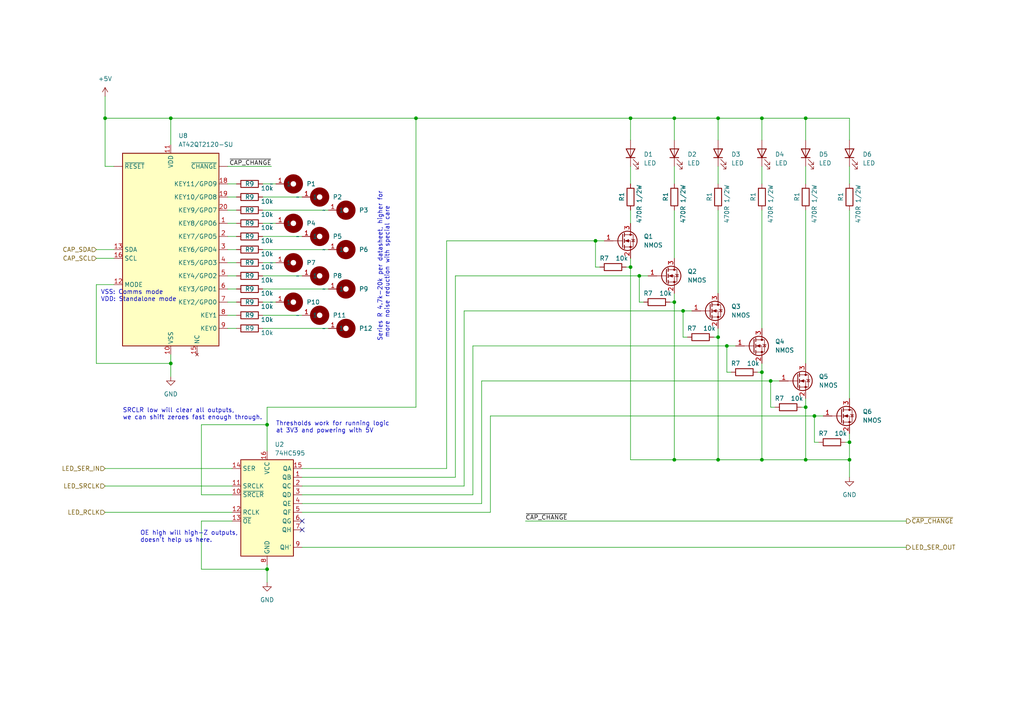
<source format=kicad_sch>
(kicad_sch (version 20230121) (generator eeschema)
  (paper "A4")
  (lib_symbols
    (symbol "74xx:74HC595"
      (property "Reference" "U" (at -7.62 13.97 0))
      (property "Value" "74HC595" (at -7.62 -16.51 0))
      (symbol "74HC595_1_0"
        (pin tri_state line (at 10.16 7.62 180) (length 2.54) (name "QB") (number "1"))
        (pin input line (at -10.16 2.54 0) (length 2.54) (name "~{SRCLR}") (number "10"))
        (pin input line (at -10.16 5.08 0) (length 2.54) (name "SRCLK") (number "11"))
        (pin input line (at -10.16 -2.54 0) (length 2.54) (name "RCLK") (number "12"))
        (pin input line (at -10.16 -5.08 0) (length 2.54) (name "~{OE}") (number "13"))
        (pin input line (at -10.16 10.16 0) (length 2.54) (name "SER") (number "14"))
        (pin tri_state line (at 10.16 10.16 180) (length 2.54) (name "QA") (number "15"))
        (pin power_in line (at 0 15.24 270) (length 2.54) (name "VCC") (number "16"))
        (pin tri_state line (at 10.16 5.08 180) (length 2.54) (name "QC") (number "2"))
        (pin tri_state line (at 10.16 2.54 180) (length 2.54) (name "QD") (number "3"))
        (pin tri_state line (at 10.16 0 180) (length 2.54) (name "QE") (number "4"))
        (pin tri_state line (at 10.16 -2.54 180) (length 2.54) (name "QF") (number "5"))
        (pin tri_state line (at 10.16 -5.08 180) (length 2.54) (name "QG") (number "6"))
        (pin tri_state line (at 10.16 -7.62 180) (length 2.54) (name "QH") (number "7"))
        (pin power_in line (at 0 -17.78 90) (length 2.54) (name "GND") (number "8"))
        (pin output line (at 10.16 -12.7 180) (length 2.54) (name "QH'") (number "9"))
      )
      (symbol "74HC595_1_1"
        (rectangle (start -7.62 12.7) (end 7.62 -15.24) (stroke (width 0.254)) (fill (type background)))
      )
    )
    (symbol "Device:LED" (pin_numbers hide) (pin_names (offset 1.016) hide)
      (property "Reference" "D" (at 0 2.54 0))
      (property "Value" "LED" (at 0 -2.54 0))
      (symbol "LED_0_1"
        (polyline (pts (xy -1.27 -1.27) (xy -1.27 1.27)) (stroke (width 0.254)))
        (polyline (pts (xy -1.27 0) (xy 1.27 0)))
        (polyline (pts (xy 1.27 -1.27) (xy 1.27 1.27) (xy -1.27 0) (xy 1.27 -1.27)) (stroke (width 0.254)))
        (polyline (pts (xy -3.048 -0.762) (xy -4.572 -2.286) (xy -3.81 -2.286) (xy -4.572 -2.286) (xy -4.572 -1.524)))
        (polyline (pts (xy -1.778 -0.762) (xy -3.302 -2.286) (xy -2.54 -2.286) (xy -3.302 -2.286) (xy -3.302 -1.524)))
      )
      (symbol "LED_1_1"
        (pin passive line (at -3.81 0 0) (length 2.54) (name "K") (number "1"))
        (pin passive line (at 3.81 0 180) (length 2.54) (name "A") (number "2"))
      )
    )
    (symbol "Device:Q_NMOS_GSD" (pin_names (offset 0) hide)
      (property "Reference" "Q" (at 5.08 1.27 0))
      (property "Value" "Q_NMOS_GSD" (at 5.08 -1.27 0))
      (symbol "Q_NMOS_GSD_0_1"
        (polyline (pts (xy 0.254 0) (xy -2.54 0)))
        (polyline (pts (xy 0.254 1.905) (xy 0.254 -1.905)) (stroke (width 0.254)))
        (polyline (pts (xy 0.762 -1.27) (xy 0.762 -2.286)) (stroke (width 0.254)))
        (polyline (pts (xy 0.762 0.508) (xy 0.762 -0.508)) (stroke (width 0.254)))
        (polyline (pts (xy 0.762 2.286) (xy 0.762 1.27)) (stroke (width 0.254)))
        (polyline (pts (xy 2.54 2.54) (xy 2.54 1.778)))
        (polyline (pts (xy 2.54 -2.54) (xy 2.54 0) (xy 0.762 0)))
        (polyline (pts (xy 0.762 -1.778) (xy 3.302 -1.778) (xy 3.302 1.778) (xy 0.762 1.778)))
        (polyline (pts (xy 1.016 0) (xy 2.032 0.381) (xy 2.032 -0.381) (xy 1.016 0)) (fill (type outline)))
        (polyline (pts (xy 2.794 0.508) (xy 2.921 0.381) (xy 3.683 0.381) (xy 3.81 0.254)))
        (polyline (pts (xy 3.302 0.381) (xy 2.921 -0.254) (xy 3.683 -0.254) (xy 3.302 0.381)))
        (circle (center 1.651 0) (radius 2.794) (stroke (width 0.254)))
        (circle (center 2.54 -1.778) (radius 0.254) (fill (type outline)))
        (circle (center 2.54 1.778) (radius 0.254) (fill (type outline)))
      )
      (symbol "Q_NMOS_GSD_1_1"
        (pin input line (at -5.08 0 0) (length 2.54) (name "G") (number "1"))
        (pin passive line (at 2.54 -5.08 90) (length 2.54) (name "S") (number "2"))
        (pin passive line (at 2.54 5.08 270) (length 2.54) (name "D") (number "3"))
      )
    )
    (symbol "Device:R" (pin_numbers hide) (pin_names (offset 0))
      (property "Reference" "R" (at 2.032 0 90))
      (property "Value" "R" (at 0 0 90))
      (symbol "R_0_1"
        (rectangle (start -1.016 -2.54) (end 1.016 2.54) (stroke (width 0.254)))
      )
      (symbol "R_1_1"
        (pin passive line (at 0 3.81 270) (length 1.27) (name "~") (number "1"))
        (pin passive line (at 0 -3.81 90) (length 1.27) (name "~") (number "2"))
      )
    )
    (symbol "Sensor_Touch:AT42QT2120-SU"
      (property "Reference" "U" (at 10.16 38.1 0))
      (property "Value" "AT42QT2120-SU" (at 15.24 -16.51 0))
      (symbol "AT42QT2120-SU_1_1"
        (rectangle (start 13.97 40.64) (end 41.91 -15.24) (stroke (width 0.254)) (fill (type background)))
        (pin output line (at 44.45 36.83 180) (length 2.54) (name "~{CHANGE}") (number ""))
        (pin input line (at 11.43 36.83 0) (length 2.54) (name "~{RESET}") (number ""))
        (pin bidirectional line (at 44.45 20.32 180) (length 2.54) (name "KEY8/GPO6") (number "1"))
        (pin power_in line (at 27.94 -17.78 90) (length 2.54) (name "VSS") (number "10"))
        (pin power_in line (at 27.94 43.18 270) (length 2.54) (name "VDD") (number "11"))
        (pin input line (at 11.43 2.54 0) (length 2.54) (name "MODE") (number "12"))
        (pin bidirectional line (at 11.43 12.7 0) (length 2.54) (name "SDA") (number "13"))
        (pin no_connect line (at 35.56 -17.78 90) (length 2.54) (name "NC") (number "15"))
        (pin bidirectional line (at 11.43 10.16 0) (length 2.54) (name "SCL") (number "16"))
        (pin bidirectional line (at 44.45 31.75 180) (length 2.54) (name "KEY11/GPO9") (number "18"))
        (pin bidirectional line (at 44.45 27.94 180) (length 2.54) (name "KEY10/GPO8") (number "19"))
        (pin bidirectional line (at 44.45 16.51 180) (length 2.54) (name "KEY7/GPO5") (number "2"))
        (pin bidirectional line (at 44.45 24.13 180) (length 2.54) (name "KEY9/GPO7") (number "20"))
        (pin bidirectional line (at 44.45 12.7 180) (length 2.54) (name "KEY6/GPO4") (number "3"))
        (pin bidirectional line (at 44.45 8.89 180) (length 2.54) (name "KEY5/GPO3") (number "4"))
        (pin bidirectional line (at 44.45 5.08 180) (length 2.54) (name "KEY4/GPO2") (number "5"))
        (pin bidirectional line (at 44.45 1.27 180) (length 2.54) (name "KEY3/GPO1") (number "6"))
        (pin bidirectional line (at 44.45 -2.54 180) (length 2.54) (name "KEY2/GPO0") (number "7"))
        (pin bidirectional line (at 44.45 -6.35 180) (length 2.54) (name "KEY1") (number "8"))
        (pin bidirectional line (at 44.45 -10.16 180) (length 2.54) (name "KEY0") (number "9"))
      )
    )
    (symbol "Sensor_Touch:Single_LED_Touch_Key"
      (property "Reference" "P" (at 2.54 3.81 0))
      (symbol "Single_LED_Touch_Key_1_1"
        (circle (center 0 0) (radius 1.7961) (stroke (width 2)))
        (pin bidirectional line (at -5.08 0 0) (length 2.54) (name "1") (number "1"))
      )
    )
    (symbol "power:+5V" (power) (pin_names (offset 0))
      (property "Value" "+5V" (at 0 3.556 0))
      (symbol "+5V_0_1"
        (polyline (pts (xy -0.762 1.27) (xy 0 2.54)))
        (polyline (pts (xy 0 0) (xy 0 2.54)))
        (polyline (pts (xy 0 2.54) (xy 0.762 1.27)))
      )
      (symbol "+5V_1_1"
        (pin power_in line (at 0 0 90) (length 0) hide (name "+5V") (number "1"))
      )
    )
    (symbol "power:GND" (power) (pin_names (offset 0))
      (property "Value" "GND" (at 0 -3.81 0))
      (symbol "GND_0_1"
        (polyline (pts (xy 0 0) (xy 0 -1.27) (xy 1.27 -1.27) (xy 0 -2.54) (xy -1.27 -1.27) (xy 0 -1.27)))
      )
      (symbol "GND_1_1"
        (pin power_in line (at 0 0 270) (length 0) hide (name "GND") (number "1"))
      )
    )
  )
  (junction (at 246.38 128.27))
  (junction (at 246.38 133.35))
  (junction (at 208.28 133.35))
  (junction (at 223.52 110.49))
  (junction (at 120.65 34.29))
  (junction (at 220.98 133.35))
  (junction (at 49.53 105.41))
  (junction (at 220.98 34.29))
  (junction (at 233.68 133.35))
  (junction (at 185.42 80.01))
  (junction (at 233.68 118.11))
  (junction (at 195.58 87.63))
  (junction (at 195.58 34.29))
  (junction (at 198.12 90.17))
  (junction (at 195.58 133.35))
  (junction (at 172.72 69.85))
  (junction (at 210.82 100.33))
  (junction (at 208.28 34.29))
  (junction (at 208.28 97.79))
  (junction (at 182.88 34.29))
  (junction (at 49.53 34.29))
  (junction (at 233.68 34.29))
  (junction (at 77.47 123.19))
  (junction (at 77.47 165.1))
  (junction (at 30.48 34.29))
  (junction (at 182.88 77.47))
  (junction (at 220.98 107.95))
  (junction (at 236.22 120.65))
  (no_connect (at 87.63 151.13))
  (no_connect (at 87.63 153.67))
  (wire (pts (xy 185.42 87.63) (xy 185.42 80.01)))
  (wire (pts (xy 199.39 97.79) (xy 198.12 97.79)))
  (wire (pts (xy 137.16 100.33) (xy 137.16 143.51)))
  (wire (pts (xy 66.04 72.39) (xy 68.58 72.39)))
  (wire (pts (xy 120.65 34.29) (xy 120.65 118.11)))
  (wire (pts (xy 208.28 34.29) (xy 220.98 34.29)))
  (wire (pts (xy 132.08 80.01) (xy 185.42 80.01)))
  (wire (pts (xy 182.88 133.35) (xy 195.58 133.35)))
  (wire (pts (xy 76.2 53.34) (xy 80.01 53.34)))
  (wire (pts (xy 67.31 143.51) (xy 58.42 143.51)))
  (wire (pts (xy 233.68 133.35) (xy 246.38 133.35)))
  (wire (pts (xy 233.68 34.29) (xy 233.68 40.64)))
  (wire (pts (xy 232.41 118.11) (xy 233.68 118.11)))
  (wire (pts (xy 120.65 34.29) (xy 182.88 34.29)))
  (wire (pts (xy 246.38 125.73) (xy 246.38 128.27)))
  (wire (pts (xy 66.04 95.25) (xy 68.58 95.25)))
  (wire (pts (xy 182.88 74.93) (xy 182.88 77.47)))
  (wire (pts (xy 76.2 83.82) (xy 95.25 83.82)))
  (wire (pts (xy 66.04 53.34) (xy 68.58 53.34)))
  (wire (pts (xy 220.98 48.26) (xy 220.98 53.34)))
  (wire (pts (xy 66.04 83.82) (xy 68.58 83.82)))
  (wire (pts (xy 152.4 151.13) (xy 262.89 151.13)))
  (wire (pts (xy 77.47 165.1) (xy 77.47 168.91)))
  (wire (pts (xy 233.68 34.29) (xy 246.38 34.29)))
  (wire (pts (xy 27.94 74.93) (xy 33.02 74.93)))
  (wire (pts (xy 194.31 87.63) (xy 195.58 87.63)))
  (wire (pts (xy 208.28 133.35) (xy 220.98 133.35)))
  (wire (pts (xy 210.82 100.33) (xy 213.36 100.33)))
  (wire (pts (xy 220.98 133.35) (xy 233.68 133.35)))
  (wire (pts (xy 219.71 107.95) (xy 220.98 107.95)))
  (wire (pts (xy 195.58 85.09) (xy 195.58 87.63)))
  (wire (pts (xy 27.94 72.39) (xy 33.02 72.39)))
  (wire (pts (xy 49.53 41.91) (xy 49.53 34.29)))
  (wire (pts (xy 198.12 97.79) (xy 198.12 90.17)))
  (wire (pts (xy 246.38 60.96) (xy 246.38 115.57)))
  (wire (pts (xy 66.04 68.58) (xy 68.58 68.58)))
  (wire (pts (xy 172.72 69.85) (xy 175.26 69.85)))
  (wire (pts (xy 76.2 68.58) (xy 87.63 68.58)))
  (wire (pts (xy 173.99 77.47) (xy 172.72 77.47)))
  (wire (pts (xy 246.38 128.27) (xy 246.38 133.35)))
  (wire (pts (xy 220.98 105.41) (xy 220.98 107.95)))
  (wire (pts (xy 76.2 80.01) (xy 87.63 80.01)))
  (wire (pts (xy 233.68 48.26) (xy 233.68 53.34)))
  (wire (pts (xy 67.31 151.13) (xy 58.42 151.13)))
  (wire (pts (xy 49.53 102.87) (xy 49.53 105.41)))
  (wire (pts (xy 30.48 148.59) (xy 67.31 148.59)))
  (wire (pts (xy 233.68 118.11) (xy 233.68 133.35)))
  (wire (pts (xy 132.08 80.01) (xy 132.08 138.43)))
  (wire (pts (xy 210.82 107.95) (xy 210.82 100.33)))
  (wire (pts (xy 181.61 77.47) (xy 182.88 77.47)))
  (wire (pts (xy 66.04 87.63) (xy 68.58 87.63)))
  (wire (pts (xy 220.98 34.29) (xy 220.98 40.64)))
  (wire (pts (xy 66.04 76.2) (xy 68.58 76.2)))
  (wire (pts (xy 76.2 95.25) (xy 95.25 95.25)))
  (wire (pts (xy 198.12 90.17) (xy 200.66 90.17)))
  (wire (pts (xy 208.28 97.79) (xy 208.28 133.35)))
  (wire (pts (xy 87.63 135.89) (xy 129.54 135.89)))
  (wire (pts (xy 58.42 143.51) (xy 58.42 123.19)))
  (wire (pts (xy 207.01 97.79) (xy 208.28 97.79)))
  (wire (pts (xy 245.11 128.27) (xy 246.38 128.27)))
  (wire (pts (xy 182.88 34.29) (xy 195.58 34.29)))
  (wire (pts (xy 30.48 34.29) (xy 49.53 34.29)))
  (wire (pts (xy 246.38 48.26) (xy 246.38 53.34)))
  (wire (pts (xy 233.68 115.57) (xy 233.68 118.11)))
  (wire (pts (xy 120.65 118.11) (xy 77.47 118.11)))
  (wire (pts (xy 134.62 140.97) (xy 134.62 90.17)))
  (wire (pts (xy 132.08 138.43) (xy 87.63 138.43)))
  (wire (pts (xy 142.24 120.65) (xy 142.24 148.59)))
  (wire (pts (xy 220.98 60.96) (xy 220.98 95.25)))
  (wire (pts (xy 139.7 146.05) (xy 139.7 110.49)))
  (wire (pts (xy 49.53 105.41) (xy 49.53 109.22)))
  (wire (pts (xy 208.28 95.25) (xy 208.28 97.79)))
  (wire (pts (xy 137.16 100.33) (xy 210.82 100.33)))
  (wire (pts (xy 76.2 60.96) (xy 95.25 60.96)))
  (wire (pts (xy 195.58 48.26) (xy 195.58 53.34)))
  (wire (pts (xy 77.47 123.19) (xy 77.47 130.81)))
  (wire (pts (xy 236.22 128.27) (xy 236.22 120.65)))
  (wire (pts (xy 137.16 143.51) (xy 87.63 143.51)))
  (wire (pts (xy 182.88 77.47) (xy 182.88 133.35)))
  (wire (pts (xy 76.2 87.63) (xy 80.01 87.63)))
  (wire (pts (xy 49.53 34.29) (xy 120.65 34.29)))
  (wire (pts (xy 87.63 146.05) (xy 139.7 146.05)))
  (wire (pts (xy 139.7 110.49) (xy 223.52 110.49)))
  (wire (pts (xy 58.42 165.1) (xy 77.47 165.1)))
  (wire (pts (xy 76.2 76.2) (xy 80.01 76.2)))
  (wire (pts (xy 66.04 57.15) (xy 68.58 57.15)))
  (wire (pts (xy 142.24 148.59) (xy 87.63 148.59)))
  (wire (pts (xy 237.49 128.27) (xy 236.22 128.27)))
  (wire (pts (xy 208.28 48.26) (xy 208.28 53.34)))
  (wire (pts (xy 58.42 123.19) (xy 77.47 123.19)))
  (wire (pts (xy 182.88 60.96) (xy 182.88 64.77)))
  (wire (pts (xy 33.02 82.55) (xy 27.94 82.55)))
  (wire (pts (xy 77.47 163.83) (xy 77.47 165.1)))
  (wire (pts (xy 195.58 60.96) (xy 195.58 74.93)))
  (wire (pts (xy 208.28 60.96) (xy 208.28 85.09)))
  (wire (pts (xy 30.48 48.26) (xy 30.48 34.29)))
  (wire (pts (xy 129.54 69.85) (xy 172.72 69.85)))
  (wire (pts (xy 76.2 91.44) (xy 87.63 91.44)))
  (wire (pts (xy 182.88 48.26) (xy 182.88 53.34)))
  (wire (pts (xy 195.58 87.63) (xy 195.58 133.35)))
  (wire (pts (xy 142.24 120.65) (xy 236.22 120.65)))
  (wire (pts (xy 66.04 48.26) (xy 78.74 48.26)))
  (wire (pts (xy 223.52 110.49) (xy 226.06 110.49)))
  (wire (pts (xy 66.04 60.96) (xy 68.58 60.96)))
  (wire (pts (xy 134.62 90.17) (xy 198.12 90.17)))
  (wire (pts (xy 30.48 135.89) (xy 67.31 135.89)))
  (wire (pts (xy 76.2 57.15) (xy 87.63 57.15)))
  (wire (pts (xy 58.42 151.13) (xy 58.42 165.1)))
  (wire (pts (xy 233.68 60.96) (xy 233.68 105.41)))
  (wire (pts (xy 66.04 80.01) (xy 68.58 80.01)))
  (wire (pts (xy 27.94 105.41) (xy 49.53 105.41)))
  (wire (pts (xy 220.98 34.29) (xy 233.68 34.29)))
  (wire (pts (xy 76.2 72.39) (xy 95.25 72.39)))
  (wire (pts (xy 212.09 107.95) (xy 210.82 107.95)))
  (wire (pts (xy 76.2 64.77) (xy 80.01 64.77)))
  (wire (pts (xy 66.04 91.44) (xy 68.58 91.44)))
  (wire (pts (xy 30.48 27.94) (xy 30.48 34.29)))
  (wire (pts (xy 223.52 118.11) (xy 223.52 110.49)))
  (wire (pts (xy 33.02 48.26) (xy 30.48 48.26)))
  (wire (pts (xy 195.58 34.29) (xy 208.28 34.29)))
  (wire (pts (xy 224.79 118.11) (xy 223.52 118.11)))
  (wire (pts (xy 195.58 34.29) (xy 195.58 40.64)))
  (wire (pts (xy 195.58 133.35) (xy 208.28 133.35)))
  (wire (pts (xy 77.47 118.11) (xy 77.47 123.19)))
  (wire (pts (xy 27.94 82.55) (xy 27.94 105.41)))
  (wire (pts (xy 236.22 120.65) (xy 238.76 120.65)))
  (wire (pts (xy 246.38 34.29) (xy 246.38 40.64)))
  (wire (pts (xy 66.04 64.77) (xy 68.58 64.77)))
  (wire (pts (xy 182.88 34.29) (xy 182.88 40.64)))
  (wire (pts (xy 185.42 80.01) (xy 187.96 80.01)))
  (wire (pts (xy 129.54 135.89) (xy 129.54 69.85)))
  (wire (pts (xy 87.63 140.97) (xy 134.62 140.97)))
  (wire (pts (xy 220.98 107.95) (xy 220.98 133.35)))
  (wire (pts (xy 172.72 77.47) (xy 172.72 69.85)))
  (wire (pts (xy 208.28 34.29) (xy 208.28 40.64)))
  (wire (pts (xy 30.48 140.97) (xy 67.31 140.97)))
  (wire (pts (xy 186.69 87.63) (xy 185.42 87.63)))
  (wire (pts (xy 87.63 158.75) (xy 262.89 158.75)))
  (wire (pts (xy 246.38 138.43) (xy 246.38 133.35)))
  (text "Series R 4.7k-20k per datasheet, higher for\n more noise reduction with special care" (at 113.03 99.06 90) (effects (font (size 1.27 1.27)) (justify left bottom)))
  (text "VSS: Comms mode\nVDD: Standalone mode" (at 29.21 87.63 0) (effects (font (size 1.27 1.27)) (justify left bottom)))
  (text "OE high will high-Z outputs,\ndoesn't help us here." (at 40.64 157.48 0) (effects (font (size 1.27 1.27)) (justify left bottom)))
  (text "Thresholds work for running logic\nat 3V3 and powering with 5V" (at 80.01 125.73 0) (effects (font (size 1.27 1.27)) (justify left bottom)))
  (text "SRCLR low will clear all outputs,\nwe can shift zeroes fast enough through." (at 35.56 121.92 0) (effects (font (size 1.27 1.27)) (justify left bottom)))
  (label "~{CAP_CHANGE}" (at 152.4 151.13 0))
  (label "~{CAP_CHANGE}" (at 78.74 48.26 180))
  (hierarchical_label "CAP_SDA" (shape input) (at 27.94 72.39 180))
  (hierarchical_label "LED_RCLK" (shape input) (at 30.48 148.59 180))
  (hierarchical_label "LED_SER_IN" (shape input) (at 30.48 135.89 180))
  (hierarchical_label "CAP_SCL" (shape input) (at 27.94 74.93 180))
  (hierarchical_label "LED_SER_OUT" (shape output) (at 262.89 158.75 0))
  (hierarchical_label "LED_SRCLK" (shape input) (at 30.48 140.97 180))
  (hierarchical_label "~{CAP_CHANGE}" (shape output) (at 262.89 151.13 0))
  (symbol (lib_id "Device:R") (at 72.39 83.82 90) (unit 1)
    (property "Reference" "R9" (at 72.39 83.82 90))
    (property "Value" "10k" (at 77.47 85.09 90))
    (property "Footprint" "Resistor_SMD:R_0603_1608Metric" (effects hide))
    (instances (project "button-board" (path "" (reference "R9") (unit 1)) (path "" (reference "R133") (unit 1)) (path "" (reference "R14") (unit 1)) (path "" (reference "R51") (unit 1)) (path "" (reference "R78") (unit 1)) (path "" (reference "R128") (unit 1)) (path "" (reference "R158") (unit 1))))
  )
  (symbol (lib_id "Sensor_Touch:Single_LED_Touch_Key") (at 92.71 80.01 0) (unit 1)
    (property "Reference" "P8" (at 96.52 80.01 0) (effects (justify left)))
    (property "Value" "~" (at 86.36 80.01 0))
    (property "Footprint" "Button_Switch_SMD:Cap_Touch_Ring_Cutout" (effects hide))
    (instances (project "button-board" (path "" (reference "P8") (unit 1)) (path "" (reference "P20") (unit 1)) (path "" (reference "P32") (unit 1)) (path "" (reference "P44") (unit 1)) (path "" (reference "P56") (unit 1)) (path "" (reference "P68") (unit 1))))
  )
  (symbol (lib_id "Device:R") (at 241.3 128.27 90) (unit 1)
    (property "Reference" "R7" (at 238.76 125.73 90))
    (property "Value" "10k" (at 243.84 125.73 90))
    (property "Footprint" "Resistor_SMD:R_0603_1608Metric" (effects hide))
    (instances (project "button-board" (path "" (reference "R7") (unit 1)) (path "" (reference "R64") (unit 1)) (path "" (reference "R30") (unit 1)) (path "" (reference "R59") (unit 1)) (path "" (reference "R111") (unit 1)) (path "" (reference "R139") (unit 1)) (path "" (reference "R166") (unit 1))))
  )
  (symbol (lib_id "Device:R") (at 72.39 68.58 90) (unit 1)
    (property "Reference" "R9" (at 72.39 68.58 90))
    (property "Value" "10k" (at 77.47 69.85 90))
    (property "Footprint" "Resistor_SMD:R_0603_1608Metric" (effects hide))
    (instances (project "button-board" (path "" (reference "R9") (unit 1)) (path "" (reference "R108") (unit 1)) (path "" (reference "R9") (unit 1)) (path "" (reference "R44") (unit 1)) (path "" (reference "R72") (unit 1)) (path "" (reference "R123") (unit 1)) (path "" (reference "R153") (unit 1))))
  )
  (symbol (lib_id "74xx:74HC595") (at 77.47 146.05 0) (unit 1)
    (property "Reference" "U2" (at 79.6641 128.905 0) (effects (justify left)))
    (property "Value" "74HC595" (at 79.6641 131.445 0) (effects (justify left)))
    (property "Datasheet" "http://www.ti.com/lit/ds/symlink/sn74hc595.pdf" (effects hide))
    (instances (project "button-board" (path "" (reference "U2") (unit 1)) (path "" (reference "U2") (unit 1)) (path "" (reference "U8") (unit 1)) (path "" (reference "U4") (unit 1)) (path "" (reference "U6") (unit 1)) (path "" (reference "U9") (unit 1)) (path "" (reference "U11") (unit 1)) (path "" (reference "U13") (unit 1))))
  )
  (symbol (lib_id "Device:R") (at 203.2 97.79 90) (unit 1)
    (property "Reference" "R7" (at 200.66 95.25 90))
    (property "Value" "10k" (at 205.74 95.25 90))
    (property "Footprint" "Resistor_SMD:R_0603_1608Metric" (effects hide))
    (instances (project "button-board" (path "" (reference "R7") (unit 1)) (path "" (reference "R19") (unit 1)) (path "" (reference "R24") (unit 1)) (path "" (reference "R56") (unit 1)) (path "" (reference "R105") (unit 1)) (path "" (reference "R136") (unit 1)) (path "" (reference "R163") (unit 1))))
  )
  (symbol (lib_id "Sensor_Touch:Single_LED_Touch_Key") (at 85.09 87.63 0) (unit 1)
    (property "Reference" "P10" (at 88.9 87.63 0) (effects (justify left)))
    (property "Value" "~" (at 78.74 87.63 0))
    (property "Footprint" "Button_Switch_SMD:Cap_Touch_Ring_Cutout" (effects hide))
    (instances (project "button-board" (path "" (reference "P10") (unit 1)) (path "" (reference "P22") (unit 1)) (path "" (reference "P34") (unit 1)) (path "" (reference "P46") (unit 1)) (path "" (reference "P58") (unit 1)) (path "" (reference "P70") (unit 1))))
  )
  (symbol (lib_id "Device:Q_NMOS_GSD") (at 180.34 69.85 0) (unit 1)
    (property "Reference" "Q1" (at 186.69 68.58 0) (effects (justify left)))
    (property "Value" "NMOS" (at 186.69 71.12 0) (effects (justify left)))
    (property "Footprint" "Package_TO_SOT_SMD:TSOT-23" (effects hide))
    (property "Sim.Device" "NMOS" (effects hide))
    (property "Sim.Type" "VDMOS" (effects hide))
    (property "Sim.Pins" "1=D 2=G 3=S" (effects hide))
    (instances (project "button-board" (path "" (reference "Q1") (unit 1)) (path "" (reference "Q1") (unit 1)) (path "" (reference "Q7") (unit 1)) (path "" (reference "Q13") (unit 1)) (path "" (reference "Q19") (unit 1)) (path "" (reference "Q25") (unit 1)) (path "" (reference "Q31") (unit 1))))
  )
  (symbol (lib_id "Sensor_Touch:Single_LED_Touch_Key") (at 100.33 72.39 0) (unit 1)
    (property "Reference" "P6" (at 104.14 72.39 0) (effects (justify left)))
    (property "Value" "~" (at 93.98 72.39 0))
    (property "Footprint" "Button_Switch_SMD:Cap_Touch_Ring_Cutout" (effects hide))
    (instances (project "button-board" (path "" (reference "P6") (unit 1)) (path "" (reference "P18") (unit 1)) (path "" (reference "P30") (unit 1)) (path "" (reference "P42") (unit 1)) (path "" (reference "P54") (unit 1)) (path "" (reference "P66") (unit 1))))
  )
  (symbol (lib_id "Sensor_Touch:Single_LED_Touch_Key") (at 85.09 53.34 0) (unit 1)
    (property "Reference" "P1" (at 88.9 53.34 0) (effects (justify left)))
    (property "Value" "~" (at 78.74 53.34 0))
    (property "Footprint" "Button_Switch_SMD:Cap_Touch_Ring_Cutout" (effects hide))
    (instances (project "button-board" (path "" (reference "P1") (unit 1)) (path "" (reference "P13") (unit 1)) (path "" (reference "P25") (unit 1)) (path "" (reference "P37") (unit 1)) (path "" (reference "P49") (unit 1)) (path "" (reference "P61") (unit 1))))
  )
  (symbol (lib_id "Device:R") (at 208.28 57.15 0) (unit 1)
    (property "Reference" "R1" (at 205.74 58.42 90) (effects (justify left)))
    (property "Value" "470R 1/2W" (at 210.82 64.77 90) (effects (justify left)))
    (property "Footprint" "Resistor_SMD:R_1206_3216Metric" (effects hide))
    (property "MPN" "ERJ-P08J471V" (effects hide))
    (property "Link" "https://www.digikey.de/en/products/detail/panasonic-electronic-components/ERJ-P08J471V/525396" (effects hide))
    (instances (project "button-board" (path "" (reference "R1") (unit 1)) (path "" (reference "R21") (unit 1)) (path "" (reference "R36") (unit 1)) (path "" (reference "R62") (unit 1)) (path "" (reference "R114") (unit 1)) (path "" (reference "R144") (unit 1)) (path "" (reference "R3") (unit 1))))
  )
  (symbol (lib_id "Device:R") (at 177.8 77.47 90) (unit 1)
    (property "Reference" "R7" (at 175.26 74.93 90))
    (property "Value" "10k" (at 180.34 74.93 90))
    (property "Footprint" "Resistor_SMD:R_0603_1608Metric" (effects hide))
    (instances (project "button-board" (path "" (reference "R7") (unit 1)) (path "" (reference "R1") (unit 1)) (path "" (reference "R18") (unit 1)) (path "" (reference "R47") (unit 1)) (path "" (reference "R76") (unit 1)) (path "" (reference "R126") (unit 1)) (path "" (reference "R156") (unit 1))))
  )
  (symbol (lib_id "power:GND") (at 49.53 109.22 0) (unit 1)
    (property "Reference" "#PWR015" (effects hide))
    (property "Value" "GND" (at 49.53 114.3 0))
    (instances (project "button-board" (path "" (reference "#PWR015") (unit 1)) (path "" (reference "#PWR07") (unit 1)) (path "" (reference "#PWR011") (unit 1)) (path "" (reference "#PWR016") (unit 1)) (path "" (reference "#PWR020") (unit 1)) (path "" (reference "#PWR025") (unit 1))))
  )
  (symbol (lib_id "Sensor_Touch:Single_LED_Touch_Key") (at 100.33 83.82 0) (unit 1)
    (property "Reference" "P9" (at 104.14 83.82 0) (effects (justify left)))
    (property "Value" "~" (at 93.98 83.82 0))
    (property "Footprint" "Button_Switch_SMD:Cap_Touch_Ring_Cutout" (effects hide))
    (instances (project "button-board" (path "" (reference "P9") (unit 1)) (path "" (reference "P21") (unit 1)) (path "" (reference "P33") (unit 1)) (path "" (reference "P45") (unit 1)) (path "" (reference "P57") (unit 1)) (path "" (reference "P69") (unit 1))))
  )
  (symbol (lib_id "power:+5V") (at 30.48 27.94 0) (unit 1)
    (property "Reference" "#PWR03" (effects hide))
    (property "Value" "+5V" (at 30.48 22.86 0))
    (instances (project "button-board" (path "" (reference "#PWR03") (unit 1)) (path "" (reference "#PWR03") (unit 1)) (path "" (reference "#PWR06") (unit 1)) (path "" (reference "#PWR010") (unit 1)) (path "" (reference "#PWR014") (unit 1)) (path "" (reference "#PWR019") (unit 1)) (path "" (reference "#PWR024") (unit 1))))
  )
  (symbol (lib_id "Device:R") (at 72.39 95.25 90) (unit 1)
    (property "Reference" "R9" (at 72.39 95.25 90))
    (property "Value" "10k" (at 77.47 96.52 90))
    (property "Footprint" "Resistor_SMD:R_0603_1608Metric" (effects hide))
    (instances (project "button-board" (path "" (reference "R9") (unit 1)) (path "" (reference "R151") (unit 1)) (path "" (reference "R17") (unit 1)) (path "" (reference "R55") (unit 1)) (path "" (reference "R104") (unit 1)) (path "" (reference "R135") (unit 1)) (path "" (reference "R162") (unit 1))))
  )
  (symbol (lib_id "power:GND") (at 246.38 138.43 0) (unit 1)
    (property "Reference" "#PWR04" (effects hide))
    (property "Value" "GND" (at 246.38 143.51 0))
    (instances (project "button-board" (path "" (reference "#PWR04") (unit 1)) (path "" (reference "#PWR04") (unit 1)) (path "" (reference "#PWR09") (unit 1)) (path "" (reference "#PWR012") (unit 1)) (path "" (reference "#PWR017") (unit 1)) (path "" (reference "#PWR022") (unit 1)) (path "" (reference "#PWR026") (unit 1))))
  )
  (symbol (lib_id "Device:R") (at 72.39 53.34 90) (unit 1)
    (property "Reference" "R9" (at 72.39 53.34 90))
    (property "Value" "10k" (at 77.47 54.61 90))
    (property "Footprint" "Resistor_SMD:R_0603_1608Metric" (effects hide))
    (instances (project "button-board" (path "" (reference "R9") (unit 1)) (path "" (reference "R73") (unit 1)) (path "" (reference "R5") (unit 1)) (path "" (reference "R32") (unit 1)) (path "" (reference "R60") (unit 1)) (path "" (reference "R112") (unit 1)) (path "" (reference "R140") (unit 1))))
  )
  (symbol (lib_id "Device:R") (at 233.68 57.15 0) (unit 1)
    (property "Reference" "R1" (at 231.14 58.42 90) (effects (justify left)))
    (property "Value" "470R 1/2W" (at 236.22 64.77 90) (effects (justify left)))
    (property "Footprint" "Resistor_SMD:R_1206_3216Metric" (effects hide))
    (property "MPN" "ERJ-P08J471V" (effects hide))
    (property "Link" "https://www.digikey.de/en/products/detail/panasonic-electronic-components/ERJ-P08J471V/525396" (effects hide))
    (instances (project "button-board" (path "" (reference "R1") (unit 1)) (path "" (reference "R21") (unit 1)) (path "" (reference "R36") (unit 1)) (path "" (reference "R62") (unit 1)) (path "" (reference "R114") (unit 1)) (path "" (reference "R146") (unit 1)) (path "" (reference "R3") (unit 1))))
  )
  (symbol (lib_id "Device:LED") (at 233.68 44.45 90) (unit 1)
    (property "Reference" "D5" (at 237.49 44.7675 90) (effects (justify right)))
    (property "Value" "LED" (at 237.49 47.3075 90) (effects (justify right)))
    (property "Footprint" "LTST-C230K:LED_LTST-C230K" (effects hide))
    (instances (project "button-board" (path "" (reference "D5") (unit 1)) (path "" (reference "D5") (unit 1)) (path "" (reference "D11") (unit 1)) (path "" (reference "D17") (unit 1)) (path "" (reference "D23") (unit 1)) (path "" (reference "D29") (unit 1)) (path "" (reference "D35") (unit 1))))
  )
  (symbol (lib_id "Device:R") (at 220.98 57.15 0) (unit 1)
    (property "Reference" "R1" (at 218.44 58.42 90) (effects (justify left)))
    (property "Value" "470R 1/2W" (at 223.52 64.77 90) (effects (justify left)))
    (property "Footprint" "Resistor_SMD:R_1206_3216Metric" (effects hide))
    (property "MPN" "ERJ-P08J471V" (effects hide))
    (property "Link" "https://www.digikey.de/en/products/detail/panasonic-electronic-components/ERJ-P08J471V/525396" (effects hide))
    (instances (project "button-board" (path "" (reference "R1") (unit 1)) (path "" (reference "R21") (unit 1)) (path "" (reference "R36") (unit 1)) (path "" (reference "R62") (unit 1)) (path "" (reference "R114") (unit 1)) (path "" (reference "R145") (unit 1)) (path "" (reference "R3") (unit 1))))
  )
  (symbol (lib_id "Device:Q_NMOS_GSD") (at 243.84 120.65 0) (unit 1)
    (property "Reference" "Q6" (at 250.19 119.38 0) (effects (justify left)))
    (property "Value" "NMOS" (at 250.19 121.92 0) (effects (justify left)))
    (property "Footprint" "Package_TO_SOT_SMD:TSOT-23" (effects hide))
    (property "Sim.Device" "NMOS" (effects hide))
    (property "Sim.Type" "VDMOS" (effects hide))
    (property "Sim.Pins" "1=D 2=G 3=S" (effects hide))
    (instances (project "button-board" (path "" (reference "Q6") (unit 1)) (path "" (reference "Q6") (unit 1)) (path "" (reference "Q12") (unit 1)) (path "" (reference "Q18") (unit 1)) (path "" (reference "Q24") (unit 1)) (path "" (reference "Q30") (unit 1)) (path "" (reference "Q36") (unit 1))))
  )
  (symbol (lib_id "Sensor_Touch:Single_LED_Touch_Key") (at 92.71 68.58 0) (unit 1)
    (property "Reference" "P5" (at 96.52 68.58 0) (effects (justify left)))
    (property "Value" "~" (at 86.36 68.58 0))
    (property "Footprint" "Button_Switch_SMD:Cap_Touch_Ring_Cutout" (effects hide))
    (instances (project "button-board" (path "" (reference "P5") (unit 1)) (path "" (reference "P17") (unit 1)) (path "" (reference "P29") (unit 1)) (path "" (reference "P41") (unit 1)) (path "" (reference "P53") (unit 1)) (path "" (reference "P65") (unit 1))))
  )
  (symbol (lib_id "Device:R") (at 72.39 87.63 90) (unit 1)
    (property "Reference" "R9" (at 72.39 87.63 90))
    (property "Value" "10k" (at 77.47 88.9 90))
    (property "Footprint" "Resistor_SMD:R_0603_1608Metric" (effects hide))
    (instances (project "button-board" (path "" (reference "R9") (unit 1)) (path "" (reference "R149") (unit 1)) (path "" (reference "R15") (unit 1)) (path "" (reference "R52") (unit 1)) (path "" (reference "R93") (unit 1)) (path "" (reference "R129") (unit 1)) (path "" (reference "R159") (unit 1))))
  )
  (symbol (lib_id "Device:Q_NMOS_GSD") (at 193.04 80.01 0) (unit 1)
    (property "Reference" "Q2" (at 199.39 78.74 0) (effects (justify left)))
    (property "Value" "NMOS" (at 199.39 81.28 0) (effects (justify left)))
    (property "Footprint" "Package_TO_SOT_SMD:TSOT-23" (effects hide))
    (property "Sim.Device" "NMOS" (effects hide))
    (property "Sim.Type" "VDMOS" (effects hide))
    (property "Sim.Pins" "1=D 2=G 3=S" (effects hide))
    (instances (project "button-board" (path "" (reference "Q2") (unit 1)) (path "" (reference "Q2") (unit 1)) (path "" (reference "Q8") (unit 1)) (path "" (reference "Q14") (unit 1)) (path "" (reference "Q20") (unit 1)) (path "" (reference "Q26") (unit 1)) (path "" (reference "Q32") (unit 1))))
  )
  (symbol (lib_id "Device:R") (at 190.5 87.63 90) (unit 1)
    (property "Reference" "R7" (at 187.96 85.09 90))
    (property "Value" "10k" (at 193.04 85.09 90))
    (property "Footprint" "Resistor_SMD:R_0603_1608Metric" (effects hide))
    (instances (project "button-board" (path "" (reference "R7") (unit 1)) (path "" (reference "R3") (unit 1)) (path "" (reference "R22") (unit 1)) (path "" (reference "R53") (unit 1)) (path "" (reference "R102") (unit 1)) (path "" (reference "R130") (unit 1)) (path "" (reference "R160") (unit 1))))
  )
  (symbol (lib_id "Device:R") (at 72.39 64.77 90) (unit 1)
    (property "Reference" "R9" (at 72.39 64.77 90))
    (property "Value" "10k" (at 77.47 66.04 90))
    (property "Footprint" "Resistor_SMD:R_0603_1608Metric" (effects hide))
    (instances (project "button-board" (path "" (reference "R9") (unit 1)) (path "" (reference "R107") (unit 1)) (path "" (reference "R8") (unit 1)) (path "" (reference "R43") (unit 1)) (path "" (reference "R71") (unit 1)) (path "" (reference "R122") (unit 1)) (path "" (reference "R152") (unit 1))))
  )
  (symbol (lib_id "Device:R") (at 72.39 76.2 90) (unit 1)
    (property "Reference" "R9" (at 72.39 76.2 90))
    (property "Value" "10k" (at 77.47 77.47 90))
    (property "Footprint" "Resistor_SMD:R_0603_1608Metric" (effects hide))
    (instances (project "button-board" (path "" (reference "R9") (unit 1)) (path "" (reference "R131") (unit 1)) (path "" (reference "R11") (unit 1)) (path "" (reference "R46") (unit 1)) (path "" (reference "R75") (unit 1)) (path "" (reference "R125") (unit 1)) (path "" (reference "R155") (unit 1))))
  )
  (symbol (lib_id "Device:R") (at 228.6 118.11 90) (unit 1)
    (property "Reference" "R7" (at 226.06 115.57 90))
    (property "Value" "10k" (at 231.14 115.57 90))
    (property "Footprint" "Resistor_SMD:R_0603_1608Metric" (effects hide))
    (instances (project "button-board" (path "" (reference "R7") (unit 1)) (path "" (reference "R49") (unit 1)) (path "" (reference "R28") (unit 1)) (path "" (reference "R58") (unit 1)) (path "" (reference "R110") (unit 1)) (path "" (reference "R138") (unit 1)) (path "" (reference "R165") (unit 1))))
  )
  (symbol (lib_id "Device:R") (at 72.39 80.01 90) (unit 1)
    (property "Reference" "R9" (at 72.39 80.01 90))
    (property "Value" "10k" (at 77.47 81.28 90))
    (property "Footprint" "Resistor_SMD:R_0603_1608Metric" (effects hide))
    (instances (project "button-board" (path "" (reference "R9") (unit 1)) (path "" (reference "R132") (unit 1)) (path "" (reference "R12") (unit 1)) (path "" (reference "R48") (unit 1)) (path "" (reference "R77") (unit 1)) (path "" (reference "R127") (unit 1)) (path "" (reference "R157") (unit 1))))
  )
  (symbol (lib_id "Sensor_Touch:Single_LED_Touch_Key") (at 85.09 76.2 0) (unit 1)
    (property "Reference" "P7" (at 88.9 76.2 0) (effects (justify left)))
    (property "Value" "~" (at 78.74 76.2 0))
    (property "Footprint" "Button_Switch_SMD:Cap_Touch_Ring_Cutout" (effects hide))
    (instances (project "button-board" (path "" (reference "P7") (unit 1)) (path "" (reference "P19") (unit 1)) (path "" (reference "P31") (unit 1)) (path "" (reference "P43") (unit 1)) (path "" (reference "P55") (unit 1)) (path "" (reference "P67") (unit 1))))
  )
  (symbol (lib_id "Sensor_Touch:Single_LED_Touch_Key") (at 100.33 60.96 0) (unit 1)
    (property "Reference" "P3" (at 104.14 60.96 0) (effects (justify left)))
    (property "Value" "~" (at 93.98 60.96 0))
    (property "Footprint" "Button_Switch_SMD:Cap_Touch_Ring_Cutout" (effects hide))
    (instances (project "button-board" (path "" (reference "P3") (unit 1)) (path "" (reference "P15") (unit 1)) (path "" (reference "P27") (unit 1)) (path "" (reference "P39") (unit 1)) (path "" (reference "P51") (unit 1)) (path "" (reference "P63") (unit 1))))
  )
  (symbol (lib_id "Device:Q_NMOS_GSD") (at 231.14 110.49 0) (unit 1)
    (property "Reference" "Q5" (at 237.49 109.22 0) (effects (justify left)))
    (property "Value" "NMOS" (at 237.49 111.76 0) (effects (justify left)))
    (property "Footprint" "Package_TO_SOT_SMD:TSOT-23" (effects hide))
    (property "Sim.Device" "NMOS" (effects hide))
    (property "Sim.Type" "VDMOS" (effects hide))
    (property "Sim.Pins" "1=D 2=G 3=S" (effects hide))
    (instances (project "button-board" (path "" (reference "Q5") (unit 1)) (path "" (reference "Q5") (unit 1)) (path "" (reference "Q11") (unit 1)) (path "" (reference "Q17") (unit 1)) (path "" (reference "Q23") (unit 1)) (path "" (reference "Q29") (unit 1)) (path "" (reference "Q35") (unit 1))))
  )
  (symbol (lib_id "Device:LED") (at 208.28 44.45 90) (unit 1)
    (property "Reference" "D3" (at 212.09 44.7675 90) (effects (justify right)))
    (property "Value" "LED" (at 212.09 47.3075 90) (effects (justify right)))
    (property "Footprint" "LTST-C230K:LED_LTST-C230K" (effects hide))
    (instances (project "button-board" (path "" (reference "D3") (unit 1)) (path "" (reference "D3") (unit 1)) (path "" (reference "D9") (unit 1)) (path "" (reference "D15") (unit 1)) (path "" (reference "D21") (unit 1)) (path "" (reference "D27") (unit 1)) (path "" (reference "D33") (unit 1))))
  )
  (symbol (lib_id "Device:Q_NMOS_GSD") (at 218.44 100.33 0) (unit 1)
    (property "Reference" "Q4" (at 224.79 99.06 0) (effects (justify left)))
    (property "Value" "NMOS" (at 224.79 101.6 0) (effects (justify left)))
    (property "Footprint" "Package_TO_SOT_SMD:TSOT-23" (effects hide))
    (property "Sim.Device" "NMOS" (effects hide))
    (property "Sim.Type" "VDMOS" (effects hide))
    (property "Sim.Pins" "1=D 2=G 3=S" (effects hide))
    (instances (project "button-board" (path "" (reference "Q4") (unit 1)) (path "" (reference "Q4") (unit 1)) (path "" (reference "Q10") (unit 1)) (path "" (reference "Q16") (unit 1)) (path "" (reference "Q22") (unit 1)) (path "" (reference "Q28") (unit 1)) (path "" (reference "Q34") (unit 1))))
  )
  (symbol (lib_id "Device:R") (at 72.39 60.96 90) (unit 1)
    (property "Reference" "R9" (at 72.39 60.96 90))
    (property "Value" "10k" (at 77.47 62.23 90))
    (property "Footprint" "Resistor_SMD:R_0603_1608Metric" (effects hide))
    (instances (project "button-board" (path "" (reference "R9") (unit 1)) (path "" (reference "R119") (unit 1)) (path "" (reference "R7") (unit 1)) (path "" (reference "R42") (unit 1)) (path "" (reference "R70") (unit 1)) (path "" (reference "R121") (unit 1)) (path "" (reference "R148") (unit 1))))
  )
  (symbol (lib_id "Sensor_Touch:Single_LED_Touch_Key") (at 92.71 57.15 0) (unit 1)
    (property "Reference" "P2" (at 96.52 57.15 0) (effects (justify left)))
    (property "Value" "~" (at 86.36 57.15 0))
    (property "Footprint" "Button_Switch_SMD:Cap_Touch_Ring_Cutout" (effects hide))
    (instances (project "button-board" (path "" (reference "P2") (unit 1)) (path "" (reference "P14") (unit 1)) (path "" (reference "P26") (unit 1)) (path "" (reference "P38") (unit 1)) (path "" (reference "P50") (unit 1)) (path "" (reference "P62") (unit 1))))
  )
  (symbol (lib_id "Device:LED") (at 220.98 44.45 90) (unit 1)
    (property "Reference" "D4" (at 224.79 44.7675 90) (effects (justify right)))
    (property "Value" "LED" (at 224.79 47.3075 90) (effects (justify right)))
    (property "Footprint" "LTST-C230K:LED_LTST-C230K" (effects hide))
    (instances (project "button-board" (path "" (reference "D4") (unit 1)) (path "" (reference "D4") (unit 1)) (path "" (reference "D10") (unit 1)) (path "" (reference "D16") (unit 1)) (path "" (reference "D22") (unit 1)) (path "" (reference "D28") (unit 1)) (path "" (reference "D34") (unit 1))))
  )
  (symbol (lib_id "power:GND") (at 77.47 168.91 0) (unit 1)
    (property "Reference" "#PWR021" (effects hide))
    (property "Value" "GND" (at 77.47 173.99 0))
    (instances (project "button-board" (path "" (reference "#PWR021") (unit 1)) (path "" (reference "#PWR08") (unit 1)) (path "" (reference "#PWR013") (unit 1)) (path "" (reference "#PWR018") (unit 1)) (path "" (reference "#PWR023") (unit 1)) (path "" (reference "#PWR039") (unit 1))))
  )
  (symbol (lib_id "Device:R") (at 72.39 91.44 90) (unit 1)
    (property "Reference" "R9" (at 72.39 91.44 90))
    (property "Value" "10k" (at 77.47 92.71 90))
    (property "Footprint" "Resistor_SMD:R_0603_1608Metric" (effects hide))
    (instances (project "button-board" (path "" (reference "R9") (unit 1)) (path "" (reference "R150") (unit 1)) (path "" (reference "R16") (unit 1)) (path "" (reference "R54") (unit 1)) (path "" (reference "R103") (unit 1)) (path "" (reference "R134") (unit 1)) (path "" (reference "R161") (unit 1))))
  )
  (symbol (lib_id "Device:R") (at 195.58 57.15 0) (unit 1)
    (property "Reference" "R1" (at 193.04 58.42 90) (effects (justify left)))
    (property "Value" "470R 1/2W" (at 198.12 64.77 90) (effects (justify left)))
    (property "Footprint" "Resistor_SMD:R_1206_3216Metric" (effects hide))
    (property "MPN" "ERJ-P08J471V" (effects hide))
    (property "Link" "https://www.digikey.de/en/products/detail/panasonic-electronic-components/ERJ-P08J471V/525396" (effects hide))
    (instances (project "button-board" (path "" (reference "R1") (unit 1)) (path "" (reference "R21") (unit 1)) (path "" (reference "R36") (unit 1)) (path "" (reference "R62") (unit 1)) (path "" (reference "R114") (unit 1)) (path "" (reference "R143") (unit 1)) (path "" (reference "R3") (unit 1))))
  )
  (symbol (lib_id "Device:R") (at 72.39 72.39 90) (unit 1)
    (property "Reference" "R9" (at 72.39 72.39 90))
    (property "Value" "10k" (at 77.47 73.66 90))
    (property "Footprint" "Resistor_SMD:R_0603_1608Metric" (effects hide))
    (instances (project "button-board" (path "" (reference "R9") (unit 1)) (path "" (reference "R109") (unit 1)) (path "" (reference "R10") (unit 1)) (path "" (reference "R45") (unit 1)) (path "" (reference "R74") (unit 1)) (path "" (reference "R124") (unit 1)) (path "" (reference "R154") (unit 1))))
  )
  (symbol (lib_id "Device:R") (at 246.38 57.15 0) (unit 1)
    (property "Reference" "R1" (at 243.84 58.42 90) (effects (justify left)))
    (property "Value" "470R 1/2W" (at 248.92 64.77 90) (effects (justify left)))
    (property "Footprint" "Resistor_SMD:R_1206_3216Metric" (effects hide))
    (property "MPN" "ERJ-P08J471V" (effects hide))
    (property "Link" "https://www.digikey.de/en/products/detail/panasonic-electronic-components/ERJ-P08J471V/525396" (effects hide))
    (instances (project "button-board" (path "" (reference "R1") (unit 1)) (path "" (reference "R21") (unit 1)) (path "" (reference "R36") (unit 1)) (path "" (reference "R62") (unit 1)) (path "" (reference "R114") (unit 1)) (path "" (reference "R147") (unit 1)) (path "" (reference "R3") (unit 1))))
  )
  (symbol (lib_id "Sensor_Touch:Single_LED_Touch_Key") (at 85.09 64.77 0) (unit 1)
    (property "Reference" "P4" (at 88.9 64.77 0) (effects (justify left)))
    (property "Value" "~" (at 78.74 64.77 0))
    (property "Footprint" "Button_Switch_SMD:Cap_Touch_Ring_Cutout" (effects hide))
    (instances (project "button-board" (path "" (reference "P4") (unit 1)) (path "" (reference "P16") (unit 1)) (path "" (reference "P28") (unit 1)) (path "" (reference "P40") (unit 1)) (path "" (reference "P52") (unit 1)) (path "" (reference "P64") (unit 1))))
  )
  (symbol (lib_id "Device:Q_NMOS_GSD") (at 205.74 90.17 0) (unit 1)
    (property "Reference" "Q3" (at 212.09 88.9 0) (effects (justify left)))
    (property "Value" "NMOS" (at 212.09 91.44 0) (effects (justify left)))
    (property "Footprint" "Package_TO_SOT_SMD:TSOT-23" (effects hide))
    (property "Sim.Device" "NMOS" (effects hide))
    (property "Sim.Type" "VDMOS" (effects hide))
    (property "Sim.Pins" "1=D 2=G 3=S" (effects hide))
    (instances (project "button-board" (path "" (reference "Q3") (unit 1)) (path "" (reference "Q3") (unit 1)) (path "" (reference "Q9") (unit 1)) (path "" (reference "Q15") (unit 1)) (path "" (reference "Q21") (unit 1)) (path "" (reference "Q27") (unit 1)) (path "" (reference "Q33") (unit 1))))
  )
  (symbol (lib_id "Device:R") (at 72.39 57.15 90) (unit 1)
    (property "Reference" "R9" (at 72.39 57.15 90))
    (property "Value" "10k" (at 77.47 58.42 90))
    (property "Footprint" "Resistor_SMD:R_0603_1608Metric" (effects hide))
    (instances (project "button-board" (path "" (reference "R9") (unit 1)) (path "" (reference "R101") (unit 1)) (path "" (reference "R6") (unit 1)) (path "" (reference "R33") (unit 1)) (path "" (reference "R61") (unit 1)) (path "" (reference "R113") (unit 1)) (path "" (reference "R141") (unit 1))))
  )
  (symbol (lib_id "Device:R") (at 182.88 57.15 0) (unit 1)
    (property "Reference" "R1" (at 180.34 58.42 90) (effects (justify left)))
    (property "Value" "470R 1/2W" (at 185.42 64.77 90) (effects (justify left)))
    (property "Footprint" "Resistor_SMD:R_1206_3216Metric" (effects hide))
    (property "MPN" "ERJ-P08J471V" (effects hide))
    (property "Link" "https://www.digikey.de/en/products/detail/panasonic-electronic-components/ERJ-P08J471V/525396" (effects hide))
    (instances (project "button-board" (path "" (reference "R1") (unit 1)) (path "" (reference "R21") (unit 1)) (path "" (reference "R36") (unit 1)) (path "" (reference "R62") (unit 1)) (path "" (reference "R114") (unit 1)) (path "" (reference "R142") (unit 1)) (path "" (reference "R3") (unit 1))))
  )
  (symbol (lib_id "Device:R") (at 215.9 107.95 90) (unit 1)
    (property "Reference" "R7" (at 213.36 105.41 90))
    (property "Value" "10k" (at 218.44 105.41 90))
    (property "Footprint" "Resistor_SMD:R_0603_1608Metric" (effects hide))
    (instances (project "button-board" (path "" (reference "R7") (unit 1)) (path "" (reference "R34") (unit 1)) (path "" (reference "R26") (unit 1)) (path "" (reference "R57") (unit 1)) (path "" (reference "R106") (unit 1)) (path "" (reference "R137") (unit 1)) (path "" (reference "R164") (unit 1))))
  )
  (symbol (lib_id "Device:LED") (at 195.58 44.45 90) (unit 1)
    (property "Reference" "D2" (at 199.39 44.7675 90) (effects (justify right)))
    (property "Value" "LED" (at 199.39 47.3075 90) (effects (justify right)))
    (property "Footprint" "LTST-C230K:LED_LTST-C230K" (effects hide))
    (instances (project "button-board" (path "" (reference "D2") (unit 1)) (path "" (reference "D2") (unit 1)) (path "" (reference "D8") (unit 1)) (path "" (reference "D14") (unit 1)) (path "" (reference "D20") (unit 1)) (path "" (reference "D26") (unit 1)) (path "" (reference "D32") (unit 1))))
  )
  (symbol (lib_id "Device:LED") (at 246.38 44.45 90) (unit 1)
    (property "Reference" "D6" (at 250.19 44.7675 90) (effects (justify right)))
    (property "Value" "LED" (at 250.19 47.3075 90) (effects (justify right)))
    (property "Footprint" "LTST-C230K:LED_LTST-C230K" (effects hide))
    (instances (project "button-board" (path "" (reference "D6") (unit 1)) (path "" (reference "D6") (unit 1)) (path "" (reference "D12") (unit 1)) (path "" (reference "D18") (unit 1)) (path "" (reference "D24") (unit 1)) (path "" (reference "D30") (unit 1)) (path "" (reference "D36") (unit 1))))
  )
  (symbol (lib_id "Device:LED") (at 182.88 44.45 90) (unit 1)
    (property "Reference" "D1" (at 186.69 44.7675 90) (effects (justify right)))
    (property "Value" "LED" (at 186.69 47.3075 90) (effects (justify right)))
    (property "Footprint" "LTST-C230K:LED_LTST-C230K" (effects hide))
    (instances (project "button-board" (path "" (reference "D1") (unit 1)) (path "" (reference "D1") (unit 1)) (path "" (reference "D7") (unit 1)) (path "" (reference "D13") (unit 1)) (path "" (reference "D19") (unit 1)) (path "" (reference "D25") (unit 1)) (path "" (reference "D31") (unit 1))))
  )
  (symbol (lib_id "Sensor_Touch:AT42QT2120-SU") (at 21.59 85.09 0) (unit 1)
    (property "Reference" "U8" (at 51.7241 39.37 0) (effects (justify left)))
    (property "Value" "AT42QT2120-SU" (at 51.7241 41.91 0) (effects (justify left)))
    (property "Footprint" "Package_SO:TSSOP-20_4.4x6.5mm_P0.65mm" (effects hide))
    (instances (project "button-board" (path "" (reference "U8") (unit 1)) (path "" (reference "U2") (unit 1)) (path "" (reference "U3") (unit 1)) (path "" (reference "U5") (unit 1)) (path "" (reference "U7") (unit 1)) (path "" (reference "U10") (unit 1)) (path "" (reference "U12") (unit 1))))
  )
  (symbol (lib_id "Sensor_Touch:Single_LED_Touch_Key") (at 92.71 91.44 0) (unit 1)
    (property "Reference" "P11" (at 96.52 91.44 0) (effects (justify left)))
    (property "Value" "~" (at 86.36 91.44 0))
    (property "Footprint" "Button_Switch_SMD:Cap_Touch_Ring_Cutout" (effects hide))
    (instances (project "button-board" (path "" (reference "P11") (unit 1)) (path "" (reference "P23") (unit 1)) (path "" (reference "P35") (unit 1)) (path "" (reference "P47") (unit 1)) (path "" (reference "P59") (unit 1)) (path "" (reference "P71") (unit 1))))
  )
  (symbol (lib_id "Sensor_Touch:Single_LED_Touch_Key") (at 100.33 95.25 0) (unit 1)
    (property "Reference" "P12" (at 104.14 95.25 0) (effects (justify left)))
    (property "Value" "~" (at 93.98 95.25 0))
    (property "Footprint" "Button_Switch_SMD:Cap_Touch_Ring_Cutout" (effects hide))
    (instances (project "button-board" (path "" (reference "P12") (unit 1)) (path "" (reference "P24") (unit 1)) (path "" (reference "P36") (unit 1)) (path "" (reference "P48") (unit 1)) (path "" (reference "P60") (unit 1)) (path "" (reference "P72") (unit 1))))
  )
)
</source>
